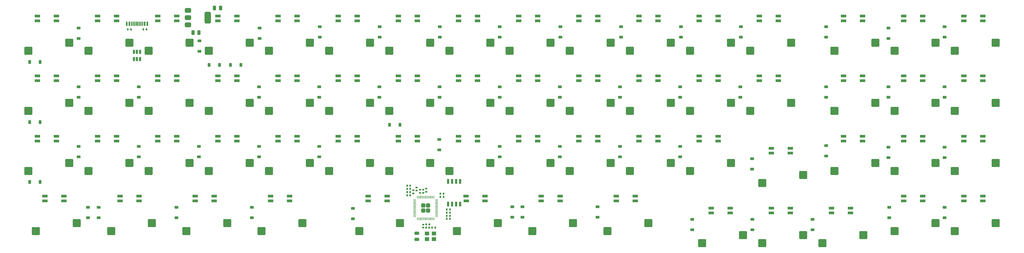
<source format=gbr>
G04 #@! TF.GenerationSoftware,KiCad,Pcbnew,8.0.4*
G04 #@! TF.CreationDate,2024-08-22T22:47:04+02:00*
G04 #@! TF.ProjectId,Mimic40,4d696d69-6334-4302-9e6b-696361645f70,rev?*
G04 #@! TF.SameCoordinates,Original*
G04 #@! TF.FileFunction,Paste,Bot*
G04 #@! TF.FilePolarity,Positive*
%FSLAX46Y46*%
G04 Gerber Fmt 4.6, Leading zero omitted, Abs format (unit mm)*
G04 Created by KiCad (PCBNEW 8.0.4) date 2024-08-22 22:47:04*
%MOMM*%
%LPD*%
G01*
G04 APERTURE LIST*
G04 Aperture macros list*
%AMRoundRect*
0 Rectangle with rounded corners*
0 $1 Rounding radius*
0 $2 $3 $4 $5 $6 $7 $8 $9 X,Y pos of 4 corners*
0 Add a 4 corners polygon primitive as box body*
4,1,4,$2,$3,$4,$5,$6,$7,$8,$9,$2,$3,0*
0 Add four circle primitives for the rounded corners*
1,1,$1+$1,$2,$3*
1,1,$1+$1,$4,$5*
1,1,$1+$1,$6,$7*
1,1,$1+$1,$8,$9*
0 Add four rect primitives between the rounded corners*
20,1,$1+$1,$2,$3,$4,$5,0*
20,1,$1+$1,$4,$5,$6,$7,0*
20,1,$1+$1,$6,$7,$8,$9,0*
20,1,$1+$1,$8,$9,$2,$3,0*%
G04 Aperture macros list end*
%ADD10RoundRect,0.250000X1.025000X1.000000X-1.025000X1.000000X-1.025000X-1.000000X1.025000X-1.000000X0*%
%ADD11RoundRect,0.225000X-0.225000X-0.375000X0.225000X-0.375000X0.225000X0.375000X-0.225000X0.375000X0*%
%ADD12R,1.800000X0.820000*%
%ADD13RoundRect,0.250000X-0.475000X0.250000X-0.475000X-0.250000X0.475000X-0.250000X0.475000X0.250000X0*%
%ADD14RoundRect,0.225000X0.225000X0.375000X-0.225000X0.375000X-0.225000X-0.375000X0.225000X-0.375000X0*%
%ADD15RoundRect,0.225000X-0.375000X0.225000X-0.375000X-0.225000X0.375000X-0.225000X0.375000X0.225000X0*%
%ADD16RoundRect,0.140000X0.140000X0.170000X-0.140000X0.170000X-0.140000X-0.170000X0.140000X-0.170000X0*%
%ADD17RoundRect,0.140000X0.170000X-0.140000X0.170000X0.140000X-0.170000X0.140000X-0.170000X-0.140000X0*%
%ADD18RoundRect,0.140000X-0.170000X0.140000X-0.170000X-0.140000X0.170000X-0.140000X0.170000X0.140000X0*%
%ADD19RoundRect,0.135000X0.185000X-0.135000X0.185000X0.135000X-0.185000X0.135000X-0.185000X-0.135000X0*%
%ADD20RoundRect,0.135000X0.135000X0.185000X-0.135000X0.185000X-0.135000X-0.185000X0.135000X-0.185000X0*%
%ADD21RoundRect,0.140000X-0.140000X-0.170000X0.140000X-0.170000X0.140000X0.170000X-0.140000X0.170000X0*%
%ADD22RoundRect,0.150000X-0.150000X0.512500X-0.150000X-0.512500X0.150000X-0.512500X0.150000X0.512500X0*%
%ADD23RoundRect,0.135000X-0.185000X0.135000X-0.185000X-0.135000X0.185000X-0.135000X0.185000X0.135000X0*%
%ADD24R,0.600000X1.450000*%
%ADD25R,0.300000X1.450000*%
%ADD26RoundRect,0.250000X0.250000X0.475000X-0.250000X0.475000X-0.250000X-0.475000X0.250000X-0.475000X0*%
%ADD27R,1.700000X0.820000*%
%ADD28RoundRect,0.135000X-0.135000X-0.185000X0.135000X-0.185000X0.135000X0.185000X-0.135000X0.185000X0*%
%ADD29R,1.400000X1.200000*%
%ADD30RoundRect,0.250000X-0.250000X-0.475000X0.250000X-0.475000X0.250000X0.475000X-0.250000X0.475000X0*%
%ADD31RoundRect,0.150000X0.150000X-0.650000X0.150000X0.650000X-0.150000X0.650000X-0.150000X-0.650000X0*%
%ADD32RoundRect,0.375000X-0.625000X-0.375000X0.625000X-0.375000X0.625000X0.375000X-0.625000X0.375000X0*%
%ADD33RoundRect,0.500000X-0.500000X-1.400000X0.500000X-1.400000X0.500000X1.400000X-0.500000X1.400000X0*%
%ADD34RoundRect,0.249999X0.395001X0.395001X-0.395001X0.395001X-0.395001X-0.395001X0.395001X-0.395001X0*%
%ADD35RoundRect,0.050000X0.387500X0.050000X-0.387500X0.050000X-0.387500X-0.050000X0.387500X-0.050000X0*%
%ADD36RoundRect,0.050000X0.050000X0.387500X-0.050000X0.387500X-0.050000X-0.387500X0.050000X-0.387500X0*%
G04 APERTURE END LIST*
D10*
X197585000Y-91440000D03*
X184658000Y-93980000D03*
X376655000Y-129540000D03*
X363728000Y-132080000D03*
X140435000Y-110490000D03*
X127508000Y-113030000D03*
X334745000Y-152400000D03*
X321818000Y-154940000D03*
X140435000Y-129540000D03*
X127508000Y-132080000D03*
X357605000Y-148590000D03*
X344678000Y-151130000D03*
X133291250Y-148590000D03*
X120364250Y-151130000D03*
X109478750Y-148590000D03*
X96551750Y-151130000D03*
X121385000Y-110490000D03*
X108458000Y-113030000D03*
X235685000Y-129540000D03*
X222758000Y-132080000D03*
X197585000Y-129540000D03*
X184658000Y-132080000D03*
X292835000Y-91440000D03*
X279908000Y-93980000D03*
X188060000Y-148590000D03*
X175133000Y-151130000D03*
X273785000Y-129540000D03*
X260858000Y-132080000D03*
X292835000Y-110490000D03*
X279908000Y-113030000D03*
X266641250Y-148590000D03*
X253714250Y-151130000D03*
X159485000Y-129540000D03*
X146558000Y-132080000D03*
X338555000Y-110490000D03*
X325628000Y-113030000D03*
X273785000Y-110490000D03*
X260858000Y-113030000D03*
X357605000Y-129540000D03*
X344678000Y-132080000D03*
X121385000Y-91440000D03*
X108458000Y-93980000D03*
X157103750Y-148590000D03*
X144176750Y-151130000D03*
X338555000Y-91440000D03*
X325628000Y-93980000D03*
X315695000Y-133350000D03*
X302768000Y-135890000D03*
X338555000Y-129540000D03*
X325628000Y-132080000D03*
X357605000Y-91440000D03*
X344678000Y-93980000D03*
X102335000Y-110490000D03*
X89408000Y-113030000D03*
X254735000Y-129540000D03*
X241808000Y-132080000D03*
X83285000Y-129540000D03*
X70358000Y-132080000D03*
X254735000Y-110490000D03*
X241808000Y-113030000D03*
X216635000Y-129540000D03*
X203708000Y-132080000D03*
X102335000Y-129540000D03*
X89408000Y-132080000D03*
X102335000Y-91440000D03*
X89408000Y-93980000D03*
X140435000Y-91440000D03*
X127508000Y-93980000D03*
X235685000Y-91440000D03*
X222758000Y-93980000D03*
X235685000Y-110490000D03*
X222758000Y-113030000D03*
X83285000Y-91440000D03*
X70358000Y-93980000D03*
X376655000Y-91440000D03*
X363728000Y-93980000D03*
X254735000Y-91440000D03*
X241808000Y-93980000D03*
X178535000Y-110490000D03*
X165608000Y-113030000D03*
X178535000Y-129540000D03*
X165608000Y-132080000D03*
X216635000Y-110490000D03*
X203708000Y-113030000D03*
X159485000Y-110490000D03*
X146558000Y-113030000D03*
X159485000Y-91440000D03*
X146558000Y-93980000D03*
X273785000Y-91440000D03*
X260858000Y-93980000D03*
X216635000Y-91440000D03*
X203708000Y-93980000D03*
X83285000Y-110490000D03*
X70358000Y-113030000D03*
X357605000Y-110490000D03*
X344678000Y-113030000D03*
X242828750Y-148590000D03*
X229901750Y-151130000D03*
X85666250Y-148590000D03*
X72739250Y-151130000D03*
X292835000Y-129540000D03*
X279908000Y-132080000D03*
X315695000Y-152400000D03*
X302768000Y-154940000D03*
X197585000Y-110490000D03*
X184658000Y-113030000D03*
X178535000Y-91440000D03*
X165608000Y-93980000D03*
X311885000Y-91440000D03*
X298958000Y-93980000D03*
X121385000Y-129540000D03*
X108458000Y-132080000D03*
X376655000Y-148590000D03*
X363728000Y-151130000D03*
X296645000Y-152400000D03*
X283718000Y-154940000D03*
X311885000Y-110490000D03*
X298958000Y-113030000D03*
X219016250Y-148590000D03*
X206089250Y-151130000D03*
X376655000Y-110490000D03*
X363728000Y-113030000D03*
D11*
X70750000Y-135600000D03*
X74050000Y-135600000D03*
D12*
X305610000Y-143860000D03*
X305610000Y-145360000D03*
X311610000Y-145360000D03*
X311610000Y-143860000D03*
D13*
X193350000Y-151850001D03*
X193350000Y-153749999D03*
D12*
X353520000Y-122600000D03*
X353520000Y-121100000D03*
X347520000Y-121100000D03*
X347520000Y-122600000D03*
X193500000Y-84500000D03*
X193500000Y-83000000D03*
X187500000Y-83000000D03*
X187500000Y-84500000D03*
D14*
X137650000Y-98500000D03*
X134350000Y-98500000D03*
D15*
X342750000Y-105450000D03*
X342750000Y-108750000D03*
X223600000Y-143450000D03*
X223600000Y-146750000D03*
X124500000Y-90850000D03*
X124500000Y-94150000D03*
D12*
X250650000Y-84500000D03*
X250650000Y-83000000D03*
X244650000Y-83000000D03*
X244650000Y-84500000D03*
X98250000Y-122600000D03*
X98250000Y-121100000D03*
X92250000Y-121100000D03*
X92250000Y-122600000D03*
D15*
X226800000Y-143450000D03*
X226800000Y-146750000D03*
X277000000Y-86350000D03*
X277000000Y-89650000D03*
X323000000Y-105450000D03*
X323000000Y-108750000D03*
X124350000Y-124350000D03*
X124350000Y-127650000D03*
D12*
X75581250Y-140050000D03*
X75581250Y-141550000D03*
X81581250Y-141550000D03*
X81581250Y-140050000D03*
D15*
X162450000Y-124350000D03*
X162450000Y-127650000D03*
D16*
X191229999Y-137800000D03*
X190269999Y-137800000D03*
D17*
X196349999Y-138680000D03*
X196349999Y-137720000D03*
D15*
X200550000Y-105450000D03*
X200550000Y-108750000D03*
D12*
X92250000Y-101950000D03*
X92250000Y-103450000D03*
X98250000Y-103450000D03*
X98250000Y-101950000D03*
X311610000Y-126410000D03*
X311610000Y-124910000D03*
X305610000Y-124910000D03*
X305610000Y-126410000D03*
D15*
X257700000Y-105450000D03*
X257700000Y-108750000D03*
D12*
X136350000Y-122600000D03*
X136350000Y-121100000D03*
X130350000Y-121100000D03*
X130350000Y-122600000D03*
D18*
X195350000Y-149120000D03*
X195350000Y-150080000D03*
D19*
X194349999Y-139069998D03*
X194349999Y-138050000D03*
D15*
X299650000Y-147450000D03*
X299650000Y-150750000D03*
D12*
X250650000Y-122600000D03*
X250650000Y-121100000D03*
X244650000Y-121100000D03*
X244650000Y-122600000D03*
X117300000Y-122600000D03*
X117300000Y-121100000D03*
X111300000Y-121100000D03*
X111300000Y-122600000D03*
D15*
X181500000Y-105450000D03*
X181500000Y-108750000D03*
D12*
X334470000Y-84500000D03*
X334470000Y-83000000D03*
X328470000Y-83000000D03*
X328470000Y-84500000D03*
X79200000Y-84499999D03*
X79200000Y-82999999D03*
X73200000Y-82999999D03*
X73200000Y-84499999D03*
X206550000Y-101950000D03*
X206550000Y-103450000D03*
X212550000Y-103450000D03*
X212550000Y-101950000D03*
D15*
X360500000Y-124600000D03*
X360500000Y-127900000D03*
D16*
X191229998Y-136800000D03*
X190269998Y-136800000D03*
D12*
X328470000Y-101950000D03*
X328470000Y-103450000D03*
X334470000Y-103450000D03*
X334470000Y-101950000D03*
X212550000Y-84500000D03*
X212550000Y-83000000D03*
X206550000Y-83000000D03*
X206550000Y-84500000D03*
X231600000Y-122600000D03*
X231600000Y-121100000D03*
X225600000Y-121100000D03*
X225600000Y-122600000D03*
D20*
X197309999Y-149050000D03*
X196290001Y-149050000D03*
D21*
X198220000Y-150053838D03*
X199180000Y-150053838D03*
D22*
X103800001Y-94362500D03*
X104750000Y-94362500D03*
X105699999Y-94362500D03*
X105699999Y-96637500D03*
X104750000Y-96637500D03*
X103800001Y-96637500D03*
D15*
X280600000Y-147450000D03*
X280600000Y-150750000D03*
X92600000Y-143650000D03*
X92600000Y-146950000D03*
D23*
X195350000Y-138050000D03*
X195350000Y-139069998D03*
D15*
X181600000Y-86350000D03*
X181600000Y-89650000D03*
D12*
X288750000Y-122600000D03*
X288750000Y-121100000D03*
X282750000Y-121100000D03*
X282750000Y-122600000D03*
D17*
X193249999Y-138280000D03*
X193249999Y-137320000D03*
D15*
X200500000Y-122150000D03*
X200500000Y-125450000D03*
D24*
X101500000Y-85485000D03*
X102299999Y-85485000D03*
D25*
X103500000Y-85484999D03*
X104500000Y-85485000D03*
X105000000Y-85485000D03*
X106000000Y-85484999D03*
D24*
X107200001Y-85485000D03*
X108000000Y-85485000D03*
X108000000Y-85485000D03*
X107200001Y-85485000D03*
D25*
X106500000Y-85485000D03*
X105500000Y-85485000D03*
X104000000Y-85485000D03*
X103000000Y-85485000D03*
D24*
X102299999Y-85485000D03*
X101500000Y-85485000D03*
D15*
X343000000Y-143600000D03*
X343000000Y-146900000D03*
D12*
X347520000Y-101950000D03*
X347520000Y-103450000D03*
X353520000Y-103450000D03*
X353520000Y-101950000D03*
X334470000Y-122600000D03*
X334470000Y-121100000D03*
X328470000Y-121100000D03*
X328470000Y-122600000D03*
X155400000Y-122600000D03*
X155400000Y-121100000D03*
X149400000Y-121100000D03*
X149400000Y-122600000D03*
D20*
X102859999Y-87250000D03*
X101840001Y-87250000D03*
D12*
X212550000Y-122600000D03*
X212550000Y-121100000D03*
X206550000Y-121100000D03*
X206550000Y-122600000D03*
D15*
X276750000Y-124350000D03*
X276750000Y-127650000D03*
X258000000Y-86350000D03*
X258000000Y-89650000D03*
X162600000Y-86350000D03*
X162600000Y-89650000D03*
D12*
X136350000Y-84500000D03*
X136350000Y-83000000D03*
X130350000Y-83000000D03*
X130350000Y-84500000D03*
X263700000Y-101950000D03*
X263700000Y-103450000D03*
X269700000Y-103450000D03*
X269700000Y-101950000D03*
D15*
X342750000Y-86850000D03*
X342750000Y-90150000D03*
D11*
X184750000Y-117500000D03*
X188050000Y-117500000D03*
D20*
X201809999Y-139300000D03*
X200790001Y-139300000D03*
D12*
X130350000Y-101950000D03*
X130350000Y-103450000D03*
X136350000Y-103450000D03*
X136350000Y-101950000D03*
X98250000Y-84500000D03*
X98250000Y-83000000D03*
X92250000Y-83000000D03*
X92250000Y-84500000D03*
X168450000Y-101950000D03*
X168450000Y-103450000D03*
X174450000Y-103450000D03*
X174450000Y-101950000D03*
X353520000Y-84500000D03*
X353520000Y-83000000D03*
X347520000Y-83000000D03*
X347520000Y-84500000D03*
D15*
X105300000Y-105450000D03*
X105300000Y-108750000D03*
X360500000Y-86350000D03*
X360500000Y-89650000D03*
X342750000Y-124600000D03*
X342750000Y-127900000D03*
X295800000Y-105450000D03*
X295800000Y-108750000D03*
X219600000Y-124350000D03*
X219600000Y-127650000D03*
X238650000Y-105450000D03*
X238650000Y-108750000D03*
D12*
X111300000Y-101950000D03*
X111300000Y-103450000D03*
X117300000Y-103450000D03*
X117300000Y-101950000D03*
D15*
X323000000Y-86350000D03*
X323000000Y-89650000D03*
X318700000Y-147450000D03*
X318700000Y-150750000D03*
X257700000Y-124350000D03*
X257700000Y-127650000D03*
D11*
X127600000Y-98500000D03*
X130900000Y-98500000D03*
D12*
X269700000Y-84500000D03*
X269700000Y-83000000D03*
X263700000Y-83000000D03*
X263700000Y-84500000D03*
D26*
X124349999Y-88250000D03*
X122450001Y-88250000D03*
D15*
X105300000Y-124350000D03*
X105300000Y-127650000D03*
X117200000Y-143650000D03*
X117200000Y-146950000D03*
D12*
X347520000Y-140050000D03*
X347520000Y-141550000D03*
X353520000Y-141550000D03*
X353520000Y-140050000D03*
D15*
X299500000Y-128250000D03*
X299500000Y-131550000D03*
X323000000Y-124100000D03*
X323000000Y-127400000D03*
X360500000Y-143600000D03*
X360500000Y-146900000D03*
D20*
X201809999Y-140300000D03*
X200790001Y-140300000D03*
D12*
X208931250Y-140050000D03*
D27*
X209031250Y-141550000D03*
D12*
X214931250Y-141550000D03*
X214931250Y-140050000D03*
X231600000Y-84500000D03*
X231600000Y-83000000D03*
X225600000Y-83000000D03*
X225600000Y-84500000D03*
D15*
X276750000Y-105450000D03*
X276750000Y-108750000D03*
X143600000Y-86850000D03*
X143600000Y-90150000D03*
D16*
X191229999Y-138800000D03*
X190269999Y-138800000D03*
D12*
X174450000Y-122600000D03*
X174450000Y-121100000D03*
X168450000Y-121100000D03*
X168450000Y-122600000D03*
D16*
X197280000Y-150053838D03*
X196320000Y-150053838D03*
D15*
X219600000Y-105450000D03*
X219600000Y-108750000D03*
D12*
X366570000Y-140050000D03*
X366570000Y-141550000D03*
X372570000Y-141550000D03*
X372570000Y-140050000D03*
D15*
X238800000Y-86350000D03*
X238800000Y-89650000D03*
D28*
X106740001Y-87250000D03*
X107759999Y-87250000D03*
D12*
X286560000Y-143860000D03*
X286560000Y-145360000D03*
X292560000Y-145360000D03*
X292560000Y-143860000D03*
D11*
X70750000Y-97600000D03*
X74050000Y-97600000D03*
D12*
X244650000Y-101950000D03*
X244650000Y-103450000D03*
X250650000Y-103450000D03*
X250650000Y-101950000D03*
X155400000Y-84500000D03*
X155400000Y-83000000D03*
X149400000Y-83000000D03*
X149400000Y-84500000D03*
D15*
X162450000Y-105450000D03*
X162450000Y-108750000D03*
D12*
X73200000Y-101950000D03*
X73200000Y-103450000D03*
X79200000Y-103450000D03*
X79200000Y-101950000D03*
X147018750Y-140050000D03*
X147018750Y-141550000D03*
X153018750Y-141550000D03*
X153018750Y-140050000D03*
X307800000Y-84500000D03*
X307800000Y-83000000D03*
X301800000Y-83000000D03*
X301800000Y-84500000D03*
D29*
X198758001Y-153658000D03*
X196558001Y-153658000D03*
X196558001Y-151958000D03*
X198758001Y-151958000D03*
D15*
X86250000Y-86850000D03*
X86250000Y-90150000D03*
X200600000Y-86350000D03*
X200600000Y-89650000D03*
D12*
X193500000Y-122600000D03*
X193500000Y-121100000D03*
X187500000Y-121100000D03*
X187500000Y-122600000D03*
X177975000Y-140050000D03*
X177975000Y-141550000D03*
X183975000Y-141550000D03*
X183975000Y-140050000D03*
X366570000Y-101950000D03*
X366570000Y-103450000D03*
X372570000Y-103450000D03*
X372570000Y-101950000D03*
D21*
X202870000Y-144300000D03*
X203830000Y-144300000D03*
D12*
X282750000Y-101950000D03*
X282750000Y-103450000D03*
X288750000Y-103450000D03*
X288750000Y-101950000D03*
X372570000Y-122600000D03*
X372570000Y-121100000D03*
X366570000Y-121100000D03*
X366570000Y-122600000D03*
D21*
X202870000Y-145300000D03*
X203830000Y-145300000D03*
D12*
X79200000Y-122600000D03*
X79200000Y-121100000D03*
X73200000Y-121100000D03*
X73200000Y-122600000D03*
D15*
X86250000Y-124350000D03*
X86250000Y-127650000D03*
X143400000Y-105450000D03*
X143400000Y-108750000D03*
D30*
X129300001Y-80500000D03*
X131199999Y-80500000D03*
D15*
X143400000Y-124350000D03*
X143400000Y-127650000D03*
X173100000Y-143950000D03*
X173100000Y-147250000D03*
X238650000Y-124350000D03*
X238650000Y-127650000D03*
D12*
X123206250Y-140050000D03*
X123206250Y-141550000D03*
X129206250Y-141550000D03*
X129206250Y-140050000D03*
X232743750Y-140050000D03*
X232743750Y-141550000D03*
X238743750Y-141550000D03*
X238743750Y-140050000D03*
X99393750Y-140050000D03*
X99393750Y-141550000D03*
X105393750Y-141550000D03*
X105393750Y-140050000D03*
X256556250Y-140050000D03*
X256556250Y-141550000D03*
X262556250Y-141550000D03*
X262556250Y-140050000D03*
X149400000Y-101950000D03*
X149400000Y-103450000D03*
X155400000Y-103450000D03*
X155400000Y-101950000D03*
D31*
X207055000Y-142600000D03*
X205785000Y-142600000D03*
X204515000Y-142600000D03*
X203245000Y-142600000D03*
X203245000Y-135400000D03*
X204515000Y-135400000D03*
X205785000Y-135400000D03*
X207055000Y-135400000D03*
D32*
X120850000Y-85800000D03*
X120850001Y-83500000D03*
D33*
X127149999Y-83500000D03*
D32*
X120850000Y-81200000D03*
D12*
X372570000Y-84500000D03*
X372570000Y-83000000D03*
X366570000Y-83000000D03*
X366570000Y-84500000D03*
D15*
X296000000Y-86350000D03*
X296000000Y-89650000D03*
D12*
X288750000Y-84500000D03*
X288750000Y-83000000D03*
X282750000Y-83000000D03*
X282750000Y-84500000D03*
D21*
X202870000Y-147300000D03*
X203830000Y-147300000D03*
D34*
X196949999Y-144659999D03*
X196949999Y-143059999D03*
X195349999Y-144659999D03*
X195349999Y-143059999D03*
D35*
X199587499Y-141259999D03*
X199587499Y-141660000D03*
X199587499Y-142059999D03*
X199587499Y-142459999D03*
X199587499Y-142859999D03*
X199587499Y-143259998D03*
X199587499Y-143659999D03*
X199587499Y-144059999D03*
X199587499Y-144460000D03*
X199587499Y-144859999D03*
X199587499Y-145259999D03*
X199587499Y-145659999D03*
X199587499Y-146059998D03*
X199587499Y-146459999D03*
D36*
X198749999Y-147297499D03*
X198349998Y-147297499D03*
X197949999Y-147297499D03*
X197549999Y-147297499D03*
X197149999Y-147297499D03*
X196750000Y-147297499D03*
X196349999Y-147297499D03*
X195949999Y-147297499D03*
X195549998Y-147297499D03*
X195149999Y-147297499D03*
X194749999Y-147297499D03*
X194349999Y-147297499D03*
X193950000Y-147297499D03*
X193549999Y-147297499D03*
D35*
X192712499Y-146459999D03*
X192712499Y-146059998D03*
X192712499Y-145659999D03*
X192712499Y-145259999D03*
X192712499Y-144859999D03*
X192712499Y-144460000D03*
X192712499Y-144059999D03*
X192712499Y-143659999D03*
X192712499Y-143259998D03*
X192712499Y-142859999D03*
X192712499Y-142459999D03*
X192712499Y-142059999D03*
X192712499Y-141660000D03*
X192712499Y-141259999D03*
D36*
X193549999Y-140422499D03*
X193950000Y-140422499D03*
X194349999Y-140422499D03*
X194749999Y-140422499D03*
X195149999Y-140422499D03*
X195549998Y-140422499D03*
X195949999Y-140422499D03*
X196349999Y-140422499D03*
X196750000Y-140422499D03*
X197149999Y-140422499D03*
X197549999Y-140422499D03*
X197949999Y-140422499D03*
X198349998Y-140422499D03*
X198749999Y-140422499D03*
D15*
X141100000Y-143650000D03*
X141100000Y-146950000D03*
X250600000Y-143450000D03*
X250600000Y-146750000D03*
D12*
X301800000Y-101950000D03*
X301800000Y-103450000D03*
X307800000Y-103450000D03*
X307800000Y-101950000D03*
X269700000Y-122600000D03*
X269700000Y-121100000D03*
X263700000Y-121100000D03*
X263700000Y-122600000D03*
D15*
X89200000Y-143650000D03*
X89200000Y-146950000D03*
X219600000Y-86350000D03*
X219600000Y-89650000D03*
D12*
X225600000Y-101950000D03*
X225600000Y-103450000D03*
X231600000Y-103450000D03*
X231600000Y-101950000D03*
D15*
X360500000Y-105450000D03*
X360500000Y-108750000D03*
D12*
X117300000Y-84500000D03*
X117300000Y-83000000D03*
X111300000Y-83000000D03*
X111300000Y-84500000D03*
X324660000Y-143860000D03*
X324660000Y-145360000D03*
X330660000Y-145360000D03*
X330660000Y-143860000D03*
X187500000Y-101950000D03*
X187500000Y-103450000D03*
X193500000Y-103450000D03*
X193500000Y-101950000D03*
D11*
X70750000Y-116600000D03*
X74050000Y-116600000D03*
D12*
X174450000Y-84500000D03*
X174450000Y-83000000D03*
X168450000Y-83000000D03*
X168450000Y-84500000D03*
D17*
X192249999Y-139180000D03*
X192249999Y-138220000D03*
D15*
X86250000Y-105450000D03*
X86250000Y-108750000D03*
D16*
X191230000Y-139800000D03*
X190270000Y-139800000D03*
D21*
X202870000Y-146300000D03*
X203830000Y-146300000D03*
M02*

</source>
